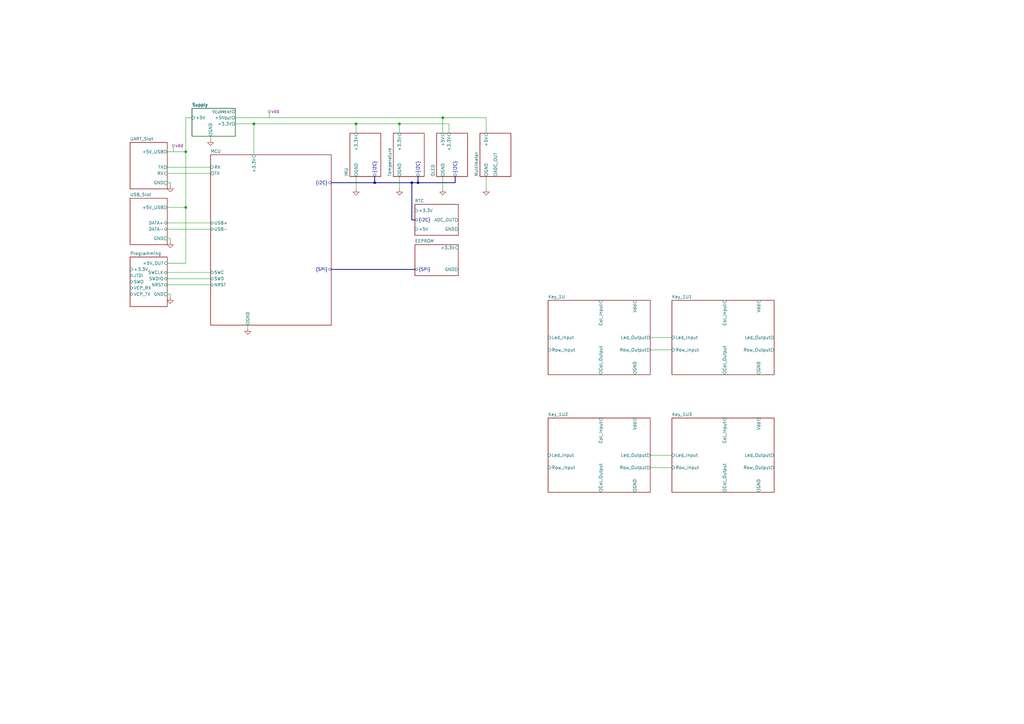
<source format=kicad_sch>
(kicad_sch (version 20250114) (generator "eeschema") (generator_version "9.0")
  (paper "A3")
  (lib_symbols
    (symbol "power:GND" (power) (pin_names (offset 0))
      (property "Value" "GND" (at 0 -3.81 0))
      (symbol "GND_0_1"
        (polyline (pts (xy 0 0) (xy 0 -1.27) (xy 1.27 -1.27) (xy 0 -2.54) (xy -1.27 -1.27) (xy 0 -1.27)))
      )
      (symbol "GND_1_1"
        (pin power_in line (at 0 0 270) (length 0) (hide yes) (name "GND") (number "1"))
      )
    )
  )
  (bus_alias "I2C" (members "SDA" "SCL"))
  (bus_alias "SPI" (members "MOSI" "MISO" "CLK"))
  (bus_alias "UART" (members "RX" "TX"))
  (junction (at 163.83 50.8))
  (junction (at 168.91 74.93))
  (junction (at 104.14 50.8))
  (junction (at 76.2 62.23))
  (junction (at 181.61 48.26))
  (junction (at 171.45 74.93))
  (junction (at 153.67 74.93))
  (junction (at 146.05 50.8))
  (junction (at 76.2 85.09))
  (wire (pts (xy 76.2 85.09) (xy 76.2 107.95)))
  (wire (pts (xy 181.61 54.61) (xy 181.61 48.26)))
  (wire (pts (xy 104.14 50.8) (xy 146.05 50.8)))
  (wire (pts (xy 76.2 107.95) (xy 68.58 107.95)))
  (wire (pts (xy 104.14 50.8) (xy 104.14 63.5)))
  (wire (pts (xy 146.05 72.39) (xy 146.05 77.47)))
  (wire (pts (xy 96.52 50.8) (xy 104.14 50.8)))
  (wire (pts (xy 68.58 93.98) (xy 86.36 93.98)))
  (bus (pts (xy 135.89 74.93) (xy 153.67 74.93)))
  (wire (pts (xy 266.7 138.43) (xy 275.59 138.43)))
  (wire (pts (xy 78.74 48.26) (xy 76.2 48.26)))
  (wire (pts (xy 146.05 50.8) (xy 163.83 50.8)))
  (wire (pts (xy 68.58 71.12) (xy 86.36 71.12)))
  (bus (pts (xy 153.67 74.93) (xy 153.67 72.39)))
  (wire (pts (xy 76.2 62.23) (xy 76.2 85.09)))
  (wire (pts (xy 181.61 72.39) (xy 181.61 77.47)))
  (wire (pts (xy 68.58 85.09) (xy 76.2 85.09)))
  (wire (pts (xy 68.58 62.23) (xy 76.2 62.23)))
  (wire (pts (xy 68.58 120.65) (xy 69.85 120.65)))
  (wire (pts (xy 163.83 72.39) (xy 163.83 77.47)))
  (wire (pts (xy 266.7 186.69) (xy 275.59 186.69)))
  (wire (pts (xy 86.36 57.15) (xy 86.36 55.88)))
  (bus (pts (xy 170.18 90.17) (xy 168.91 90.17)))
  (bus (pts (xy 135.89 110.49) (xy 170.18 110.49)))
  (wire (pts (xy 68.58 114.3) (xy 86.36 114.3)))
  (wire (pts (xy 184.15 54.61) (xy 184.15 50.8)))
  (wire (pts (xy 199.39 48.26) (xy 181.61 48.26)))
  (bus (pts (xy 171.45 72.39) (xy 171.45 74.93)))
  (wire (pts (xy 68.58 68.58) (xy 86.36 68.58)))
  (wire (pts (xy 68.58 74.93) (xy 69.85 74.93)))
  (wire (pts (xy 68.58 97.79) (xy 69.85 97.79)))
  (wire (pts (xy 68.58 111.76) (xy 86.36 111.76)))
  (wire (pts (xy 101.6 133.35) (xy 101.6 134.62)))
  (wire (pts (xy 68.58 116.84) (xy 86.36 116.84)))
  (wire (pts (xy 69.85 76.2) (xy 69.85 74.93)))
  (wire (pts (xy 199.39 72.39) (xy 199.39 77.47)))
  (wire (pts (xy 199.39 54.61) (xy 199.39 48.26)))
  (wire (pts (xy 76.2 48.26) (xy 76.2 62.23)))
  (wire (pts (xy 266.7 143.51) (xy 275.59 143.51)))
  (wire (pts (xy 163.83 50.8) (xy 184.15 50.8)))
  (wire (pts (xy 69.85 99.06) (xy 69.85 97.79)))
  (bus (pts (xy 168.91 74.93) (xy 171.45 74.93)))
  (wire (pts (xy 69.85 121.92) (xy 69.85 120.65)))
  (bus (pts (xy 171.45 74.93) (xy 186.69 74.93)))
  (wire (pts (xy 68.58 91.44) (xy 86.36 91.44)))
  (wire (pts (xy 266.7 191.77) (xy 275.59 191.77)))
  (bus (pts (xy 186.69 72.39) (xy 186.69 74.93)))
  (wire (pts (xy 181.61 48.26) (xy 96.52 48.26)))
  (wire (pts (xy 163.83 54.61) (xy 163.83 50.8)))
  (wire (pts (xy 146.05 54.61) (xy 146.05 50.8)))
  (bus (pts (xy 153.67 74.93) (xy 168.91 74.93)))
  (bus (pts (xy 168.91 90.17) (xy 168.91 74.93)))
  (netclass_flag "" (length 2.54) (shape round) (at 71.12 62.23 0) (property "Netclass" "vdd" (at 71.8185 59.69 0) (effects (justify left))))
  (netclass_flag "" (length 2.54) (shape round) (at 110.49 48.26 0) (property "Netclass" "vdd" (at 111.1885 45.72 0) (effects (justify left))))
  (symbol (lib_id "power:GND") (at 146.05 77.47 0) (unit 1)
    (property "Reference" "#PWR07" (effects (hide yes)))
    (property "Value" "GND" (effects (hide yes)))
  )
  (symbol (lib_id "power:GND") (at 69.85 76.2 0) (unit 1)
    (property "Reference" "#PWR03" (effects (hide yes)))
    (property "Value" "GND" (effects (hide yes)))
  )
  (symbol (lib_id "power:GND") (at 181.61 77.47 0) (unit 1)
    (property "Reference" "#PWR09" (effects (hide yes)))
    (property "Value" "GND" (effects (hide yes)))
  )
  (symbol (lib_id "power:GND") (at 86.36 57.15 0) (unit 1)
    (property "Reference" "#PWR05" (effects (hide yes)))
    (property "Value" "GND" (effects (hide yes)))
  )
  (symbol (lib_id "power:GND") (at 69.85 99.06 0) (unit 1)
    (property "Reference" "#PWR01" (effects (hide yes)))
    (property "Value" "GND" (effects (hide yes)))
  )
  (symbol (lib_id "power:GND") (at 69.85 121.92 0) (unit 1)
    (property "Reference" "#PWR04" (effects (hide yes)))
    (property "Value" "GND" (effects (hide yes)))
  )
  (symbol (lib_id "power:GND") (at 163.83 77.47 0) (unit 1)
    (property "Reference" "#PWR08" (effects (hide yes)))
    (property "Value" "GND" (effects (hide yes)))
  )
  (symbol (lib_id "power:GND") (at 101.6 134.62 0) (unit 1)
    (property "Reference" "#PWR06" (effects (hide yes)))
    (property "Value" "GND" (effects (hide yes)))
  )
  (symbol (lib_id "power:GND") (at 199.39 77.47 0) (unit 1)
    (property "Reference" "#PWR010" (effects (hide yes)))
    (property "Value" "GND" (effects (hide yes)))
  )
  (sheet (at 161.29 54.61) (size 12.7 17.78) (stroke (width 0.1524))
    (property "Sheetname" "Temperature" (at 160.5784 72.39 90) (effects (justify left bottom)))
    (property "Sheetfile" "Modules/Temperature.kicad_sch" (effects (hide yes)))
    (pin "GND" output (at 163.83 72.39 270))
    (pin "{I2C}" bidirectional (at 171.45 72.39 270))
    (pin "+3.3V" input (at 163.83 54.61 90))
  )
  (sheet (at 224.79 123.19) (size 41.91 30.48) (stroke (width 0.1524))
    (property "Sheetname" "Key_1U" (at 224.79 122.4784 0) (effects (justify left bottom)))
    (property "Sheetfile" "Modules/Key.kicad_sch" (effects (hide yes)))
    (pin "Row_Output" output (at 266.7 143.51 0))
    (pin "Col_Input" input (at 246.38 123.19 90))
    (pin "Vdd" input (at 260.35 123.19 90))
    (pin "Led_Output" output (at 266.7 138.43 0))
    (pin "Led_Input" input (at 224.79 138.43 180))
    (pin "Row_Input" input (at 224.79 143.51 180))
    (pin "Col_Output" output (at 246.38 153.67 270))
    (pin "GND" output (at 260.35 153.67 270))
  )
  (sheet (at 78.74 44.45) (size 17.78 11.43) (stroke (width 0.1524) (color 0 72 0 1))
    (property "Sheetname" "Supply" (at 78.74 43.7384 0) (effects (font (bold yes)) (justify left bottom)))
    (property "Sheetfile" "Modules/Supply.kicad_sch" (effects (hide yes)))
    (pin "GND" output (at 86.36 55.88 270))
    (pin "V_{CURRENT}" output (at 96.52 45.72 0))
    (pin "+3.3V" output (at 96.52 50.8 0))
    (pin "+5V" input (at 78.74 48.26 180))
    (pin "+5V_{OUT}" output (at 96.52 48.26 0))
  )
  (sheet (at 170.18 100.33) (size 17.78 12.7) (stroke (width 0.1524))
    (property "Sheetname" "EEPROM" (at 170.18 99.6184 0) (effects (justify left bottom)))
    (property "Sheetfile" "Modules/EEPROM.kicad_sch" (effects (hide yes)))
    (pin "GND" output (at 187.96 110.49 0))
    (pin "+3.3V" input (at 187.96 101.6 0))
    (pin "{SPI}" bidirectional (at 170.18 110.49 180))
  )
  (sheet (at 86.36 63.5) (size 49.53 69.85) (stroke (width 0.1524))
    (property "Sheetname" "MCU" (at 86.36 62.7884 0) (effects (justify left bottom)))
    (property "Sheetfile" "Modules/MCU.kicad_sch.kicad_sch" (effects (hide yes)))
    (pin "USB+" bidirectional (at 86.36 91.44 180))
    (pin "USB-" bidirectional (at 86.36 93.98 180))
    (pin "NRST" bidirectional (at 86.36 116.84 180))
    (pin "GND" output (at 101.6 133.35 270))
    (pin "{I2C}" bidirectional (at 135.89 74.93 0))
    (pin "+3.3V" input (at 104.14 63.5 90))
    (pin "RX" input (at 86.36 68.58 180))
    (pin "TX" output (at 86.36 71.12 180))
    (pin "{SPI}" bidirectional (at 135.89 110.49 0))
    (pin "SWC" bidirectional (at 86.36 111.76 180))
    (pin "SWD" bidirectional (at 86.36 114.3 180))
  )
  (sheet (at 53.34 105.41) (size 15.24 20.32) (stroke (width 0.1524))
    (property "Sheetname" "Programming" (at 53.34 104.6984 0) (effects (justify left bottom)))
    (property "Sheetfile" "Modules/Programming_sch.kicad_sch" (effects (hide yes)))
    (pin "+5V_OUT" input (at 68.58 107.95 0))
    (pin "GND" passive (at 68.58 120.65 0))
    (pin "+3.3V" input (at 53.34 110.49 180))
    (pin "JTDI" bidirectional (at 53.34 113.03 180))
    (pin "NRST" bidirectional (at 68.58 116.84 0))
    (pin "SWCLK" bidirectional (at 68.58 111.76 0))
    (pin "SWDIO" bidirectional (at 68.58 114.3 0))
    (pin "SWO" bidirectional (at 53.34 115.57 180))
    (pin "VCP_RX" bidirectional (at 53.34 118.11 180))
    (pin "VCP_TX" bidirectional (at 53.34 120.65 180))
  )
  (sheet (at 53.34 81.28) (size 15.24 19.05) (stroke (width 0.1524))
    (property "Sheetname" "USB_Slot" (at 53.34 80.5684 0) (effects (justify left bottom)))
    (property "Sheetfile" "USB_Slot.kicad_sch" (effects (hide yes)))
    (pin "DATA+" bidirectional (at 68.58 91.44 0))
    (pin "DATA-" bidirectional (at 68.58 93.98 0))
    (pin "GND" passive (at 68.58 97.79 0))
    (pin "+5V_USB" output (at 68.58 85.09 0))
  )
  (sheet (at 224.79 171.45) (size 41.91 30.48) (stroke (width 0.1524))
    (property "Sheetname" "Key_1U2" (at 224.79 170.7384 0) (effects (justify left bottom)))
    (property "Sheetfile" "Modules/Key.kicad_sch" (effects (hide yes)))
    (pin "Row_Output" output (at 266.7 191.77 0))
    (pin "Col_Input" input (at 246.38 171.45 90))
    (pin "Vdd" input (at 260.35 171.45 90))
    (pin "Led_Output" output (at 266.7 186.69 0))
    (pin "Led_Input" input (at 224.79 186.69 180))
    (pin "Row_Input" input (at 224.79 191.77 180))
    (pin "Col_Output" output (at 246.38 201.93 270))
    (pin "GND" output (at 260.35 201.93 270))
  )
  (sheet (at 143.51 54.61) (size 12.7 17.78) (stroke (width 0.1524))
    (property "Sheetname" "IMU" (at 142.7984 72.39 90) (effects (justify left bottom)))
    (property "Sheetfile" "Modules/IMU.kicad_sch" (effects (hide yes)))
    (pin "GND" output (at 146.05 72.39 270))
    (pin "{I2C}" bidirectional (at 153.67 72.39 270))
    (pin "+3.3V" input (at 146.05 54.61 90))
  )
  (sheet (at 275.59 123.19) (size 41.91 30.48) (stroke (width 0.1524))
    (property "Sheetname" "Key_1U1" (at 275.59 122.4784 0) (effects (justify left bottom)))
    (property "Sheetfile" "Modules/Key.kicad_sch" (effects (hide yes)))
    (pin "Row_Output" output (at 317.5 143.51 0))
    (pin "Col_Input" input (at 297.18 123.19 90))
    (pin "Vdd" input (at 311.15 123.19 90))
    (pin "Led_Output" output (at 317.5 138.43 0))
    (pin "Led_Input" input (at 275.59 138.43 180))
    (pin "Row_Input" input (at 275.59 143.51 180))
    (pin "Col_Output" output (at 297.18 153.67 270))
    (pin "GND" output (at 311.15 153.67 270))
  )
  (sheet (at 196.85 54.61) (size 12.7 17.78) (stroke (width 0.1524))
    (property "Sheetname" "Multimeter" (at 196.1384 72.39 90) (effects (justify left bottom)))
    (property "Sheetfile" "Modules/Multimeter.kicad_sch" (effects (hide yes)))
    (pin "ADC_OUT" output (at 203.2 72.39 270))
    (pin "GND" output (at 199.39 72.39 270))
    (pin "+5V" input (at 199.39 54.61 90))
  )
  (sheet (at 275.59 171.45) (size 41.91 30.48) (stroke (width 0.1524))
    (property "Sheetname" "Key_1U3" (at 275.59 170.7384 0) (effects (justify left bottom)))
    (property "Sheetfile" "Modules/Key.kicad_sch" (effects (hide yes)))
    (pin "Row_Output" output (at 317.5 191.77 0))
    (pin "Col_Input" input (at 297.18 171.45 90))
    (pin "Vdd" input (at 311.15 171.45 90))
    (pin "Led_Output" output (at 317.5 186.69 0))
    (pin "Led_Input" input (at 275.59 186.69 180))
    (pin "Row_Input" input (at 275.59 191.77 180))
    (pin "Col_Output" output (at 297.18 201.93 270))
    (pin "GND" output (at 311.15 201.93 270))
  )
  (sheet (at 53.34 58.42) (size 15.24 19.05) (stroke (width 0.1524))
    (property "Sheetname" "UART_Slot" (at 53.34 57.7084 0) (effects (justify left bottom)))
    (property "Sheetfile" "UART_Slot.kicad_sch" (effects (hide yes)))
    (pin "TX" output (at 68.58 68.58 0))
    (pin "RX" input (at 68.58 71.12 0))
    (pin "GND" passive (at 68.58 74.93 0))
    (pin "+5V_USB" output (at 68.58 62.23 0))
  )
  (sheet (at 170.18 83.82) (size 17.78 12.7) (stroke (width 0.1524))
    (property "Sheetname" "RTC" (at 170.18 83.1084 0) (effects (justify left bottom)))
    (property "Sheetfile" "Modules/RTC.kicad_sch" (effects (hide yes)))
    (pin "ADC_OUT" output (at 187.96 90.17 0))
    (pin "GND" output (at 187.96 93.98 0))
    (pin "+5V" input (at 170.18 93.98 180))
    (pin "+3.3V" input (at 170.18 86.36 180))
    (pin "{I2C}" bidirectional (at 170.18 90.17 180))
  )
  (sheet (at 179.07 54.61) (size 12.7 17.78) (stroke (width 0.1524))
    (property "Sheetname" "OLED" (at 178.3584 72.39 90) (effects (justify left bottom)))
    (property "Sheetfile" "Modules/OLED.kicad_sch" (effects (hide yes)))
    (pin "GND" output (at 181.61 72.39 270))
    (pin "{I2C}" bidirectional (at 186.69 72.39 270))
    (pin "+5V" input (at 181.61 54.61 90))
    (pin "+3.3V" input (at 184.15 54.61 90))
  )
)
</source>
